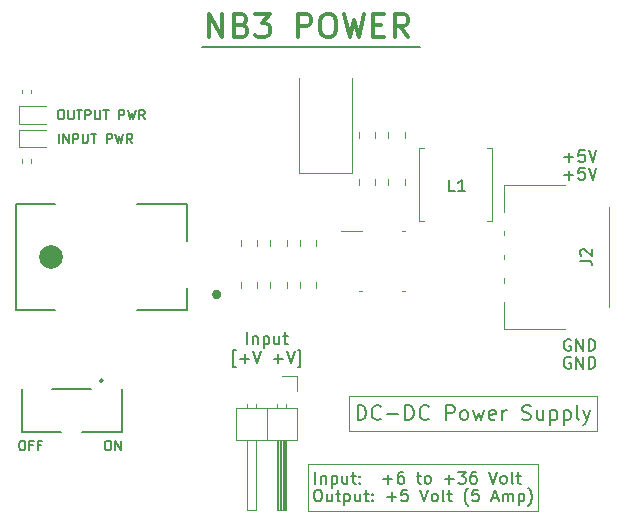
<source format=gto>
G04 #@! TF.GenerationSoftware,KiCad,Pcbnew,8.0.2*
G04 #@! TF.CreationDate,2024-06-29T10:38:53+01:00*
G04 #@! TF.ProjectId,NB3_charger,4e42335f-706f-4776-9572-2e6b69636164,0.0.5*
G04 #@! TF.SameCoordinates,PX7bfa480PY7c37510*
G04 #@! TF.FileFunction,Legend,Top*
G04 #@! TF.FilePolarity,Positive*
%FSLAX46Y46*%
G04 Gerber Fmt 4.6, Leading zero omitted, Abs format (unit mm)*
G04 Created by KiCad (PCBNEW 8.0.2) date 2024-06-29 10:38:53*
%MOMM*%
%LPD*%
G01*
G04 APERTURE LIST*
%ADD10C,0.200000*%
%ADD11C,0.120000*%
%ADD12C,0.150000*%
%ADD13C,0.300000*%
%ADD14C,0.127000*%
%ADD15C,0.400000*%
%ADD16C,0.152400*%
%ADD17C,2.000000*%
G04 APERTURE END LIST*
D10*
X16000000Y40000000D02*
X34500000Y40000000D01*
D11*
X25000000Y4750000D02*
X44500000Y4750000D01*
X44500000Y750000D01*
X25000000Y750000D01*
X25000000Y4750000D01*
X28500000Y10500000D02*
X49500000Y10500000D01*
X49500000Y7500000D01*
X28500000Y7500000D01*
X28500000Y10500000D01*
D12*
X19857143Y14850153D02*
X19857143Y15850153D01*
X20333333Y15516820D02*
X20333333Y14850153D01*
X20333333Y15421582D02*
X20380952Y15469201D01*
X20380952Y15469201D02*
X20476190Y15516820D01*
X20476190Y15516820D02*
X20619047Y15516820D01*
X20619047Y15516820D02*
X20714285Y15469201D01*
X20714285Y15469201D02*
X20761904Y15373963D01*
X20761904Y15373963D02*
X20761904Y14850153D01*
X21238095Y15516820D02*
X21238095Y14516820D01*
X21238095Y15469201D02*
X21333333Y15516820D01*
X21333333Y15516820D02*
X21523809Y15516820D01*
X21523809Y15516820D02*
X21619047Y15469201D01*
X21619047Y15469201D02*
X21666666Y15421582D01*
X21666666Y15421582D02*
X21714285Y15326344D01*
X21714285Y15326344D02*
X21714285Y15040630D01*
X21714285Y15040630D02*
X21666666Y14945392D01*
X21666666Y14945392D02*
X21619047Y14897772D01*
X21619047Y14897772D02*
X21523809Y14850153D01*
X21523809Y14850153D02*
X21333333Y14850153D01*
X21333333Y14850153D02*
X21238095Y14897772D01*
X22571428Y15516820D02*
X22571428Y14850153D01*
X22142857Y15516820D02*
X22142857Y14993011D01*
X22142857Y14993011D02*
X22190476Y14897772D01*
X22190476Y14897772D02*
X22285714Y14850153D01*
X22285714Y14850153D02*
X22428571Y14850153D01*
X22428571Y14850153D02*
X22523809Y14897772D01*
X22523809Y14897772D02*
X22571428Y14945392D01*
X22904762Y15516820D02*
X23285714Y15516820D01*
X23047619Y15850153D02*
X23047619Y14993011D01*
X23047619Y14993011D02*
X23095238Y14897772D01*
X23095238Y14897772D02*
X23190476Y14850153D01*
X23190476Y14850153D02*
X23285714Y14850153D01*
X18880952Y12906876D02*
X18642857Y12906876D01*
X18642857Y12906876D02*
X18642857Y14335448D01*
X18642857Y14335448D02*
X18880952Y14335448D01*
X19261905Y13621162D02*
X20023810Y13621162D01*
X19642857Y13240209D02*
X19642857Y14002114D01*
X20357143Y14240209D02*
X20690476Y13240209D01*
X20690476Y13240209D02*
X21023809Y14240209D01*
X22119048Y13621162D02*
X22880953Y13621162D01*
X22500000Y13240209D02*
X22500000Y14002114D01*
X23214286Y14240209D02*
X23547619Y13240209D01*
X23547619Y13240209D02*
X23880952Y14240209D01*
X24119048Y12906876D02*
X24357143Y12906876D01*
X24357143Y12906876D02*
X24357143Y14335448D01*
X24357143Y14335448D02*
X24119048Y14335448D01*
D13*
X16619047Y40840362D02*
X16619047Y42840362D01*
X16619047Y42840362D02*
X17761904Y40840362D01*
X17761904Y40840362D02*
X17761904Y42840362D01*
X19380952Y41887981D02*
X19666666Y41792743D01*
X19666666Y41792743D02*
X19761904Y41697505D01*
X19761904Y41697505D02*
X19857142Y41507029D01*
X19857142Y41507029D02*
X19857142Y41221315D01*
X19857142Y41221315D02*
X19761904Y41030839D01*
X19761904Y41030839D02*
X19666666Y40935600D01*
X19666666Y40935600D02*
X19476190Y40840362D01*
X19476190Y40840362D02*
X18714285Y40840362D01*
X18714285Y40840362D02*
X18714285Y42840362D01*
X18714285Y42840362D02*
X19380952Y42840362D01*
X19380952Y42840362D02*
X19571428Y42745124D01*
X19571428Y42745124D02*
X19666666Y42649886D01*
X19666666Y42649886D02*
X19761904Y42459410D01*
X19761904Y42459410D02*
X19761904Y42268934D01*
X19761904Y42268934D02*
X19666666Y42078458D01*
X19666666Y42078458D02*
X19571428Y41983220D01*
X19571428Y41983220D02*
X19380952Y41887981D01*
X19380952Y41887981D02*
X18714285Y41887981D01*
X20523809Y42840362D02*
X21761904Y42840362D01*
X21761904Y42840362D02*
X21095237Y42078458D01*
X21095237Y42078458D02*
X21380952Y42078458D01*
X21380952Y42078458D02*
X21571428Y41983220D01*
X21571428Y41983220D02*
X21666666Y41887981D01*
X21666666Y41887981D02*
X21761904Y41697505D01*
X21761904Y41697505D02*
X21761904Y41221315D01*
X21761904Y41221315D02*
X21666666Y41030839D01*
X21666666Y41030839D02*
X21571428Y40935600D01*
X21571428Y40935600D02*
X21380952Y40840362D01*
X21380952Y40840362D02*
X20809523Y40840362D01*
X20809523Y40840362D02*
X20619047Y40935600D01*
X20619047Y40935600D02*
X20523809Y41030839D01*
X24142857Y40840362D02*
X24142857Y42840362D01*
X24142857Y42840362D02*
X24904762Y42840362D01*
X24904762Y42840362D02*
X25095238Y42745124D01*
X25095238Y42745124D02*
X25190476Y42649886D01*
X25190476Y42649886D02*
X25285714Y42459410D01*
X25285714Y42459410D02*
X25285714Y42173696D01*
X25285714Y42173696D02*
X25190476Y41983220D01*
X25190476Y41983220D02*
X25095238Y41887981D01*
X25095238Y41887981D02*
X24904762Y41792743D01*
X24904762Y41792743D02*
X24142857Y41792743D01*
X26523809Y42840362D02*
X26904762Y42840362D01*
X26904762Y42840362D02*
X27095238Y42745124D01*
X27095238Y42745124D02*
X27285714Y42554648D01*
X27285714Y42554648D02*
X27380952Y42173696D01*
X27380952Y42173696D02*
X27380952Y41507029D01*
X27380952Y41507029D02*
X27285714Y41126077D01*
X27285714Y41126077D02*
X27095238Y40935600D01*
X27095238Y40935600D02*
X26904762Y40840362D01*
X26904762Y40840362D02*
X26523809Y40840362D01*
X26523809Y40840362D02*
X26333333Y40935600D01*
X26333333Y40935600D02*
X26142857Y41126077D01*
X26142857Y41126077D02*
X26047619Y41507029D01*
X26047619Y41507029D02*
X26047619Y42173696D01*
X26047619Y42173696D02*
X26142857Y42554648D01*
X26142857Y42554648D02*
X26333333Y42745124D01*
X26333333Y42745124D02*
X26523809Y42840362D01*
X28047619Y42840362D02*
X28523809Y40840362D01*
X28523809Y40840362D02*
X28904762Y42268934D01*
X28904762Y42268934D02*
X29285714Y40840362D01*
X29285714Y40840362D02*
X29761905Y42840362D01*
X30523809Y41887981D02*
X31190476Y41887981D01*
X31476190Y40840362D02*
X30523809Y40840362D01*
X30523809Y40840362D02*
X30523809Y42840362D01*
X30523809Y42840362D02*
X31476190Y42840362D01*
X33476190Y40840362D02*
X32809523Y41792743D01*
X32333333Y40840362D02*
X32333333Y42840362D01*
X32333333Y42840362D02*
X33095238Y42840362D01*
X33095238Y42840362D02*
X33285714Y42745124D01*
X33285714Y42745124D02*
X33380952Y42649886D01*
X33380952Y42649886D02*
X33476190Y42459410D01*
X33476190Y42459410D02*
X33476190Y42173696D01*
X33476190Y42173696D02*
X33380952Y41983220D01*
X33380952Y41983220D02*
X33285714Y41887981D01*
X33285714Y41887981D02*
X33095238Y41792743D01*
X33095238Y41792743D02*
X32333333Y41792743D01*
D12*
X8004762Y6687705D02*
X8157143Y6687705D01*
X8157143Y6687705D02*
X8233333Y6649610D01*
X8233333Y6649610D02*
X8309524Y6573420D01*
X8309524Y6573420D02*
X8347619Y6421039D01*
X8347619Y6421039D02*
X8347619Y6154372D01*
X8347619Y6154372D02*
X8309524Y6001991D01*
X8309524Y6001991D02*
X8233333Y5925800D01*
X8233333Y5925800D02*
X8157143Y5887705D01*
X8157143Y5887705D02*
X8004762Y5887705D01*
X8004762Y5887705D02*
X7928571Y5925800D01*
X7928571Y5925800D02*
X7852381Y6001991D01*
X7852381Y6001991D02*
X7814285Y6154372D01*
X7814285Y6154372D02*
X7814285Y6421039D01*
X7814285Y6421039D02*
X7852381Y6573420D01*
X7852381Y6573420D02*
X7928571Y6649610D01*
X7928571Y6649610D02*
X8004762Y6687705D01*
X8690476Y5887705D02*
X8690476Y6687705D01*
X8690476Y6687705D02*
X9147619Y5887705D01*
X9147619Y5887705D02*
X9147619Y6687705D01*
X47238095Y13747562D02*
X47142857Y13795181D01*
X47142857Y13795181D02*
X47000000Y13795181D01*
X47000000Y13795181D02*
X46857143Y13747562D01*
X46857143Y13747562D02*
X46761905Y13652324D01*
X46761905Y13652324D02*
X46714286Y13557086D01*
X46714286Y13557086D02*
X46666667Y13366610D01*
X46666667Y13366610D02*
X46666667Y13223753D01*
X46666667Y13223753D02*
X46714286Y13033277D01*
X46714286Y13033277D02*
X46761905Y12938039D01*
X46761905Y12938039D02*
X46857143Y12842800D01*
X46857143Y12842800D02*
X47000000Y12795181D01*
X47000000Y12795181D02*
X47095238Y12795181D01*
X47095238Y12795181D02*
X47238095Y12842800D01*
X47238095Y12842800D02*
X47285714Y12890420D01*
X47285714Y12890420D02*
X47285714Y13223753D01*
X47285714Y13223753D02*
X47095238Y13223753D01*
X47714286Y12795181D02*
X47714286Y13795181D01*
X47714286Y13795181D02*
X48285714Y12795181D01*
X48285714Y12795181D02*
X48285714Y13795181D01*
X48761905Y12795181D02*
X48761905Y13795181D01*
X48761905Y13795181D02*
X49000000Y13795181D01*
X49000000Y13795181D02*
X49142857Y13747562D01*
X49142857Y13747562D02*
X49238095Y13652324D01*
X49238095Y13652324D02*
X49285714Y13557086D01*
X49285714Y13557086D02*
X49333333Y13366610D01*
X49333333Y13366610D02*
X49333333Y13223753D01*
X49333333Y13223753D02*
X49285714Y13033277D01*
X49285714Y13033277D02*
X49238095Y12938039D01*
X49238095Y12938039D02*
X49142857Y12842800D01*
X49142857Y12842800D02*
X49000000Y12795181D01*
X49000000Y12795181D02*
X48761905Y12795181D01*
X25630951Y3045181D02*
X25630951Y4045181D01*
X26107141Y3711848D02*
X26107141Y3045181D01*
X26107141Y3616610D02*
X26154760Y3664229D01*
X26154760Y3664229D02*
X26249998Y3711848D01*
X26249998Y3711848D02*
X26392855Y3711848D01*
X26392855Y3711848D02*
X26488093Y3664229D01*
X26488093Y3664229D02*
X26535712Y3568991D01*
X26535712Y3568991D02*
X26535712Y3045181D01*
X27011903Y3711848D02*
X27011903Y2711848D01*
X27011903Y3664229D02*
X27107141Y3711848D01*
X27107141Y3711848D02*
X27297617Y3711848D01*
X27297617Y3711848D02*
X27392855Y3664229D01*
X27392855Y3664229D02*
X27440474Y3616610D01*
X27440474Y3616610D02*
X27488093Y3521372D01*
X27488093Y3521372D02*
X27488093Y3235658D01*
X27488093Y3235658D02*
X27440474Y3140420D01*
X27440474Y3140420D02*
X27392855Y3092800D01*
X27392855Y3092800D02*
X27297617Y3045181D01*
X27297617Y3045181D02*
X27107141Y3045181D01*
X27107141Y3045181D02*
X27011903Y3092800D01*
X28345236Y3711848D02*
X28345236Y3045181D01*
X27916665Y3711848D02*
X27916665Y3188039D01*
X27916665Y3188039D02*
X27964284Y3092800D01*
X27964284Y3092800D02*
X28059522Y3045181D01*
X28059522Y3045181D02*
X28202379Y3045181D01*
X28202379Y3045181D02*
X28297617Y3092800D01*
X28297617Y3092800D02*
X28345236Y3140420D01*
X28678570Y3711848D02*
X29059522Y3711848D01*
X28821427Y4045181D02*
X28821427Y3188039D01*
X28821427Y3188039D02*
X28869046Y3092800D01*
X28869046Y3092800D02*
X28964284Y3045181D01*
X28964284Y3045181D02*
X29059522Y3045181D01*
X29392856Y3140420D02*
X29440475Y3092800D01*
X29440475Y3092800D02*
X29392856Y3045181D01*
X29392856Y3045181D02*
X29345237Y3092800D01*
X29345237Y3092800D02*
X29392856Y3140420D01*
X29392856Y3140420D02*
X29392856Y3045181D01*
X29392856Y3664229D02*
X29440475Y3616610D01*
X29440475Y3616610D02*
X29392856Y3568991D01*
X29392856Y3568991D02*
X29345237Y3616610D01*
X29345237Y3616610D02*
X29392856Y3664229D01*
X29392856Y3664229D02*
X29392856Y3568991D01*
X31392856Y3426134D02*
X32154761Y3426134D01*
X31773808Y3045181D02*
X31773808Y3807086D01*
X33059522Y4045181D02*
X32869046Y4045181D01*
X32869046Y4045181D02*
X32773808Y3997562D01*
X32773808Y3997562D02*
X32726189Y3949943D01*
X32726189Y3949943D02*
X32630951Y3807086D01*
X32630951Y3807086D02*
X32583332Y3616610D01*
X32583332Y3616610D02*
X32583332Y3235658D01*
X32583332Y3235658D02*
X32630951Y3140420D01*
X32630951Y3140420D02*
X32678570Y3092800D01*
X32678570Y3092800D02*
X32773808Y3045181D01*
X32773808Y3045181D02*
X32964284Y3045181D01*
X32964284Y3045181D02*
X33059522Y3092800D01*
X33059522Y3092800D02*
X33107141Y3140420D01*
X33107141Y3140420D02*
X33154760Y3235658D01*
X33154760Y3235658D02*
X33154760Y3473753D01*
X33154760Y3473753D02*
X33107141Y3568991D01*
X33107141Y3568991D02*
X33059522Y3616610D01*
X33059522Y3616610D02*
X32964284Y3664229D01*
X32964284Y3664229D02*
X32773808Y3664229D01*
X32773808Y3664229D02*
X32678570Y3616610D01*
X32678570Y3616610D02*
X32630951Y3568991D01*
X32630951Y3568991D02*
X32583332Y3473753D01*
X34202380Y3711848D02*
X34583332Y3711848D01*
X34345237Y4045181D02*
X34345237Y3188039D01*
X34345237Y3188039D02*
X34392856Y3092800D01*
X34392856Y3092800D02*
X34488094Y3045181D01*
X34488094Y3045181D02*
X34583332Y3045181D01*
X35059523Y3045181D02*
X34964285Y3092800D01*
X34964285Y3092800D02*
X34916666Y3140420D01*
X34916666Y3140420D02*
X34869047Y3235658D01*
X34869047Y3235658D02*
X34869047Y3521372D01*
X34869047Y3521372D02*
X34916666Y3616610D01*
X34916666Y3616610D02*
X34964285Y3664229D01*
X34964285Y3664229D02*
X35059523Y3711848D01*
X35059523Y3711848D02*
X35202380Y3711848D01*
X35202380Y3711848D02*
X35297618Y3664229D01*
X35297618Y3664229D02*
X35345237Y3616610D01*
X35345237Y3616610D02*
X35392856Y3521372D01*
X35392856Y3521372D02*
X35392856Y3235658D01*
X35392856Y3235658D02*
X35345237Y3140420D01*
X35345237Y3140420D02*
X35297618Y3092800D01*
X35297618Y3092800D02*
X35202380Y3045181D01*
X35202380Y3045181D02*
X35059523Y3045181D01*
X36583333Y3426134D02*
X37345238Y3426134D01*
X36964285Y3045181D02*
X36964285Y3807086D01*
X37726190Y4045181D02*
X38345237Y4045181D01*
X38345237Y4045181D02*
X38011904Y3664229D01*
X38011904Y3664229D02*
X38154761Y3664229D01*
X38154761Y3664229D02*
X38249999Y3616610D01*
X38249999Y3616610D02*
X38297618Y3568991D01*
X38297618Y3568991D02*
X38345237Y3473753D01*
X38345237Y3473753D02*
X38345237Y3235658D01*
X38345237Y3235658D02*
X38297618Y3140420D01*
X38297618Y3140420D02*
X38249999Y3092800D01*
X38249999Y3092800D02*
X38154761Y3045181D01*
X38154761Y3045181D02*
X37869047Y3045181D01*
X37869047Y3045181D02*
X37773809Y3092800D01*
X37773809Y3092800D02*
X37726190Y3140420D01*
X39202380Y4045181D02*
X39011904Y4045181D01*
X39011904Y4045181D02*
X38916666Y3997562D01*
X38916666Y3997562D02*
X38869047Y3949943D01*
X38869047Y3949943D02*
X38773809Y3807086D01*
X38773809Y3807086D02*
X38726190Y3616610D01*
X38726190Y3616610D02*
X38726190Y3235658D01*
X38726190Y3235658D02*
X38773809Y3140420D01*
X38773809Y3140420D02*
X38821428Y3092800D01*
X38821428Y3092800D02*
X38916666Y3045181D01*
X38916666Y3045181D02*
X39107142Y3045181D01*
X39107142Y3045181D02*
X39202380Y3092800D01*
X39202380Y3092800D02*
X39249999Y3140420D01*
X39249999Y3140420D02*
X39297618Y3235658D01*
X39297618Y3235658D02*
X39297618Y3473753D01*
X39297618Y3473753D02*
X39249999Y3568991D01*
X39249999Y3568991D02*
X39202380Y3616610D01*
X39202380Y3616610D02*
X39107142Y3664229D01*
X39107142Y3664229D02*
X38916666Y3664229D01*
X38916666Y3664229D02*
X38821428Y3616610D01*
X38821428Y3616610D02*
X38773809Y3568991D01*
X38773809Y3568991D02*
X38726190Y3473753D01*
X40345238Y4045181D02*
X40678571Y3045181D01*
X40678571Y3045181D02*
X41011904Y4045181D01*
X41488095Y3045181D02*
X41392857Y3092800D01*
X41392857Y3092800D02*
X41345238Y3140420D01*
X41345238Y3140420D02*
X41297619Y3235658D01*
X41297619Y3235658D02*
X41297619Y3521372D01*
X41297619Y3521372D02*
X41345238Y3616610D01*
X41345238Y3616610D02*
X41392857Y3664229D01*
X41392857Y3664229D02*
X41488095Y3711848D01*
X41488095Y3711848D02*
X41630952Y3711848D01*
X41630952Y3711848D02*
X41726190Y3664229D01*
X41726190Y3664229D02*
X41773809Y3616610D01*
X41773809Y3616610D02*
X41821428Y3521372D01*
X41821428Y3521372D02*
X41821428Y3235658D01*
X41821428Y3235658D02*
X41773809Y3140420D01*
X41773809Y3140420D02*
X41726190Y3092800D01*
X41726190Y3092800D02*
X41630952Y3045181D01*
X41630952Y3045181D02*
X41488095Y3045181D01*
X42392857Y3045181D02*
X42297619Y3092800D01*
X42297619Y3092800D02*
X42250000Y3188039D01*
X42250000Y3188039D02*
X42250000Y4045181D01*
X42630953Y3711848D02*
X43011905Y3711848D01*
X42773810Y4045181D02*
X42773810Y3188039D01*
X42773810Y3188039D02*
X42821429Y3092800D01*
X42821429Y3092800D02*
X42916667Y3045181D01*
X42916667Y3045181D02*
X43011905Y3045181D01*
X46714286Y30676134D02*
X47476191Y30676134D01*
X47095238Y30295181D02*
X47095238Y31057086D01*
X48428571Y31295181D02*
X47952381Y31295181D01*
X47952381Y31295181D02*
X47904762Y30818991D01*
X47904762Y30818991D02*
X47952381Y30866610D01*
X47952381Y30866610D02*
X48047619Y30914229D01*
X48047619Y30914229D02*
X48285714Y30914229D01*
X48285714Y30914229D02*
X48380952Y30866610D01*
X48380952Y30866610D02*
X48428571Y30818991D01*
X48428571Y30818991D02*
X48476190Y30723753D01*
X48476190Y30723753D02*
X48476190Y30485658D01*
X48476190Y30485658D02*
X48428571Y30390420D01*
X48428571Y30390420D02*
X48380952Y30342800D01*
X48380952Y30342800D02*
X48285714Y30295181D01*
X48285714Y30295181D02*
X48047619Y30295181D01*
X48047619Y30295181D02*
X47952381Y30342800D01*
X47952381Y30342800D02*
X47904762Y30390420D01*
X48761905Y31295181D02*
X49095238Y30295181D01*
X49095238Y30295181D02*
X49428571Y31295181D01*
X46714286Y29176134D02*
X47476191Y29176134D01*
X47095238Y28795181D02*
X47095238Y29557086D01*
X48428571Y29795181D02*
X47952381Y29795181D01*
X47952381Y29795181D02*
X47904762Y29318991D01*
X47904762Y29318991D02*
X47952381Y29366610D01*
X47952381Y29366610D02*
X48047619Y29414229D01*
X48047619Y29414229D02*
X48285714Y29414229D01*
X48285714Y29414229D02*
X48380952Y29366610D01*
X48380952Y29366610D02*
X48428571Y29318991D01*
X48428571Y29318991D02*
X48476190Y29223753D01*
X48476190Y29223753D02*
X48476190Y28985658D01*
X48476190Y28985658D02*
X48428571Y28890420D01*
X48428571Y28890420D02*
X48380952Y28842800D01*
X48380952Y28842800D02*
X48285714Y28795181D01*
X48285714Y28795181D02*
X48047619Y28795181D01*
X48047619Y28795181D02*
X47952381Y28842800D01*
X47952381Y28842800D02*
X47904762Y28890420D01*
X48761905Y29795181D02*
X49095238Y28795181D01*
X49095238Y28795181D02*
X49428571Y29795181D01*
X4014286Y34687705D02*
X4166667Y34687705D01*
X4166667Y34687705D02*
X4242857Y34649610D01*
X4242857Y34649610D02*
X4319048Y34573420D01*
X4319048Y34573420D02*
X4357143Y34421039D01*
X4357143Y34421039D02*
X4357143Y34154372D01*
X4357143Y34154372D02*
X4319048Y34001991D01*
X4319048Y34001991D02*
X4242857Y33925800D01*
X4242857Y33925800D02*
X4166667Y33887705D01*
X4166667Y33887705D02*
X4014286Y33887705D01*
X4014286Y33887705D02*
X3938095Y33925800D01*
X3938095Y33925800D02*
X3861905Y34001991D01*
X3861905Y34001991D02*
X3823809Y34154372D01*
X3823809Y34154372D02*
X3823809Y34421039D01*
X3823809Y34421039D02*
X3861905Y34573420D01*
X3861905Y34573420D02*
X3938095Y34649610D01*
X3938095Y34649610D02*
X4014286Y34687705D01*
X4700000Y34687705D02*
X4700000Y34040086D01*
X4700000Y34040086D02*
X4738095Y33963896D01*
X4738095Y33963896D02*
X4776190Y33925800D01*
X4776190Y33925800D02*
X4852381Y33887705D01*
X4852381Y33887705D02*
X5004762Y33887705D01*
X5004762Y33887705D02*
X5080952Y33925800D01*
X5080952Y33925800D02*
X5119047Y33963896D01*
X5119047Y33963896D02*
X5157143Y34040086D01*
X5157143Y34040086D02*
X5157143Y34687705D01*
X5423809Y34687705D02*
X5880952Y34687705D01*
X5652380Y33887705D02*
X5652380Y34687705D01*
X6147619Y33887705D02*
X6147619Y34687705D01*
X6147619Y34687705D02*
X6452381Y34687705D01*
X6452381Y34687705D02*
X6528571Y34649610D01*
X6528571Y34649610D02*
X6566666Y34611515D01*
X6566666Y34611515D02*
X6604762Y34535324D01*
X6604762Y34535324D02*
X6604762Y34421039D01*
X6604762Y34421039D02*
X6566666Y34344848D01*
X6566666Y34344848D02*
X6528571Y34306753D01*
X6528571Y34306753D02*
X6452381Y34268658D01*
X6452381Y34268658D02*
X6147619Y34268658D01*
X6947619Y34687705D02*
X6947619Y34040086D01*
X6947619Y34040086D02*
X6985714Y33963896D01*
X6985714Y33963896D02*
X7023809Y33925800D01*
X7023809Y33925800D02*
X7100000Y33887705D01*
X7100000Y33887705D02*
X7252381Y33887705D01*
X7252381Y33887705D02*
X7328571Y33925800D01*
X7328571Y33925800D02*
X7366666Y33963896D01*
X7366666Y33963896D02*
X7404762Y34040086D01*
X7404762Y34040086D02*
X7404762Y34687705D01*
X7671428Y34687705D02*
X8128571Y34687705D01*
X7899999Y33887705D02*
X7899999Y34687705D01*
X9004762Y33887705D02*
X9004762Y34687705D01*
X9004762Y34687705D02*
X9309524Y34687705D01*
X9309524Y34687705D02*
X9385714Y34649610D01*
X9385714Y34649610D02*
X9423809Y34611515D01*
X9423809Y34611515D02*
X9461905Y34535324D01*
X9461905Y34535324D02*
X9461905Y34421039D01*
X9461905Y34421039D02*
X9423809Y34344848D01*
X9423809Y34344848D02*
X9385714Y34306753D01*
X9385714Y34306753D02*
X9309524Y34268658D01*
X9309524Y34268658D02*
X9004762Y34268658D01*
X9728571Y34687705D02*
X9919047Y33887705D01*
X9919047Y33887705D02*
X10071428Y34459134D01*
X10071428Y34459134D02*
X10223809Y33887705D01*
X10223809Y33887705D02*
X10414286Y34687705D01*
X11176191Y33887705D02*
X10909524Y34268658D01*
X10719048Y33887705D02*
X10719048Y34687705D01*
X10719048Y34687705D02*
X11023810Y34687705D01*
X11023810Y34687705D02*
X11100000Y34649610D01*
X11100000Y34649610D02*
X11138095Y34611515D01*
X11138095Y34611515D02*
X11176191Y34535324D01*
X11176191Y34535324D02*
X11176191Y34421039D01*
X11176191Y34421039D02*
X11138095Y34344848D01*
X11138095Y34344848D02*
X11100000Y34306753D01*
X11100000Y34306753D02*
X11023810Y34268658D01*
X11023810Y34268658D02*
X10719048Y34268658D01*
X3895238Y31887705D02*
X3895238Y32687705D01*
X4276190Y31887705D02*
X4276190Y32687705D01*
X4276190Y32687705D02*
X4733333Y31887705D01*
X4733333Y31887705D02*
X4733333Y32687705D01*
X5114285Y31887705D02*
X5114285Y32687705D01*
X5114285Y32687705D02*
X5419047Y32687705D01*
X5419047Y32687705D02*
X5495237Y32649610D01*
X5495237Y32649610D02*
X5533332Y32611515D01*
X5533332Y32611515D02*
X5571428Y32535324D01*
X5571428Y32535324D02*
X5571428Y32421039D01*
X5571428Y32421039D02*
X5533332Y32344848D01*
X5533332Y32344848D02*
X5495237Y32306753D01*
X5495237Y32306753D02*
X5419047Y32268658D01*
X5419047Y32268658D02*
X5114285Y32268658D01*
X5914285Y32687705D02*
X5914285Y32040086D01*
X5914285Y32040086D02*
X5952380Y31963896D01*
X5952380Y31963896D02*
X5990475Y31925800D01*
X5990475Y31925800D02*
X6066666Y31887705D01*
X6066666Y31887705D02*
X6219047Y31887705D01*
X6219047Y31887705D02*
X6295237Y31925800D01*
X6295237Y31925800D02*
X6333332Y31963896D01*
X6333332Y31963896D02*
X6371428Y32040086D01*
X6371428Y32040086D02*
X6371428Y32687705D01*
X6638094Y32687705D02*
X7095237Y32687705D01*
X6866665Y31887705D02*
X6866665Y32687705D01*
X7971428Y31887705D02*
X7971428Y32687705D01*
X7971428Y32687705D02*
X8276190Y32687705D01*
X8276190Y32687705D02*
X8352380Y32649610D01*
X8352380Y32649610D02*
X8390475Y32611515D01*
X8390475Y32611515D02*
X8428571Y32535324D01*
X8428571Y32535324D02*
X8428571Y32421039D01*
X8428571Y32421039D02*
X8390475Y32344848D01*
X8390475Y32344848D02*
X8352380Y32306753D01*
X8352380Y32306753D02*
X8276190Y32268658D01*
X8276190Y32268658D02*
X7971428Y32268658D01*
X8695237Y32687705D02*
X8885713Y31887705D01*
X8885713Y31887705D02*
X9038094Y32459134D01*
X9038094Y32459134D02*
X9190475Y31887705D01*
X9190475Y31887705D02*
X9380952Y32687705D01*
X10142857Y31887705D02*
X9876190Y32268658D01*
X9685714Y31887705D02*
X9685714Y32687705D01*
X9685714Y32687705D02*
X9990476Y32687705D01*
X9990476Y32687705D02*
X10066666Y32649610D01*
X10066666Y32649610D02*
X10104761Y32611515D01*
X10104761Y32611515D02*
X10142857Y32535324D01*
X10142857Y32535324D02*
X10142857Y32421039D01*
X10142857Y32421039D02*
X10104761Y32344848D01*
X10104761Y32344848D02*
X10066666Y32306753D01*
X10066666Y32306753D02*
X9990476Y32268658D01*
X9990476Y32268658D02*
X9685714Y32268658D01*
X25749998Y2545181D02*
X25940474Y2545181D01*
X25940474Y2545181D02*
X26035712Y2497562D01*
X26035712Y2497562D02*
X26130950Y2402324D01*
X26130950Y2402324D02*
X26178569Y2211848D01*
X26178569Y2211848D02*
X26178569Y1878515D01*
X26178569Y1878515D02*
X26130950Y1688039D01*
X26130950Y1688039D02*
X26035712Y1592800D01*
X26035712Y1592800D02*
X25940474Y1545181D01*
X25940474Y1545181D02*
X25749998Y1545181D01*
X25749998Y1545181D02*
X25654760Y1592800D01*
X25654760Y1592800D02*
X25559522Y1688039D01*
X25559522Y1688039D02*
X25511903Y1878515D01*
X25511903Y1878515D02*
X25511903Y2211848D01*
X25511903Y2211848D02*
X25559522Y2402324D01*
X25559522Y2402324D02*
X25654760Y2497562D01*
X25654760Y2497562D02*
X25749998Y2545181D01*
X27035712Y2211848D02*
X27035712Y1545181D01*
X26607141Y2211848D02*
X26607141Y1688039D01*
X26607141Y1688039D02*
X26654760Y1592800D01*
X26654760Y1592800D02*
X26749998Y1545181D01*
X26749998Y1545181D02*
X26892855Y1545181D01*
X26892855Y1545181D02*
X26988093Y1592800D01*
X26988093Y1592800D02*
X27035712Y1640420D01*
X27369046Y2211848D02*
X27749998Y2211848D01*
X27511903Y2545181D02*
X27511903Y1688039D01*
X27511903Y1688039D02*
X27559522Y1592800D01*
X27559522Y1592800D02*
X27654760Y1545181D01*
X27654760Y1545181D02*
X27749998Y1545181D01*
X28083332Y2211848D02*
X28083332Y1211848D01*
X28083332Y2164229D02*
X28178570Y2211848D01*
X28178570Y2211848D02*
X28369046Y2211848D01*
X28369046Y2211848D02*
X28464284Y2164229D01*
X28464284Y2164229D02*
X28511903Y2116610D01*
X28511903Y2116610D02*
X28559522Y2021372D01*
X28559522Y2021372D02*
X28559522Y1735658D01*
X28559522Y1735658D02*
X28511903Y1640420D01*
X28511903Y1640420D02*
X28464284Y1592800D01*
X28464284Y1592800D02*
X28369046Y1545181D01*
X28369046Y1545181D02*
X28178570Y1545181D01*
X28178570Y1545181D02*
X28083332Y1592800D01*
X29416665Y2211848D02*
X29416665Y1545181D01*
X28988094Y2211848D02*
X28988094Y1688039D01*
X28988094Y1688039D02*
X29035713Y1592800D01*
X29035713Y1592800D02*
X29130951Y1545181D01*
X29130951Y1545181D02*
X29273808Y1545181D01*
X29273808Y1545181D02*
X29369046Y1592800D01*
X29369046Y1592800D02*
X29416665Y1640420D01*
X29749999Y2211848D02*
X30130951Y2211848D01*
X29892856Y2545181D02*
X29892856Y1688039D01*
X29892856Y1688039D02*
X29940475Y1592800D01*
X29940475Y1592800D02*
X30035713Y1545181D01*
X30035713Y1545181D02*
X30130951Y1545181D01*
X30464285Y1640420D02*
X30511904Y1592800D01*
X30511904Y1592800D02*
X30464285Y1545181D01*
X30464285Y1545181D02*
X30416666Y1592800D01*
X30416666Y1592800D02*
X30464285Y1640420D01*
X30464285Y1640420D02*
X30464285Y1545181D01*
X30464285Y2164229D02*
X30511904Y2116610D01*
X30511904Y2116610D02*
X30464285Y2068991D01*
X30464285Y2068991D02*
X30416666Y2116610D01*
X30416666Y2116610D02*
X30464285Y2164229D01*
X30464285Y2164229D02*
X30464285Y2068991D01*
X31702380Y1926134D02*
X32464285Y1926134D01*
X32083332Y1545181D02*
X32083332Y2307086D01*
X33416665Y2545181D02*
X32940475Y2545181D01*
X32940475Y2545181D02*
X32892856Y2068991D01*
X32892856Y2068991D02*
X32940475Y2116610D01*
X32940475Y2116610D02*
X33035713Y2164229D01*
X33035713Y2164229D02*
X33273808Y2164229D01*
X33273808Y2164229D02*
X33369046Y2116610D01*
X33369046Y2116610D02*
X33416665Y2068991D01*
X33416665Y2068991D02*
X33464284Y1973753D01*
X33464284Y1973753D02*
X33464284Y1735658D01*
X33464284Y1735658D02*
X33416665Y1640420D01*
X33416665Y1640420D02*
X33369046Y1592800D01*
X33369046Y1592800D02*
X33273808Y1545181D01*
X33273808Y1545181D02*
X33035713Y1545181D01*
X33035713Y1545181D02*
X32940475Y1592800D01*
X32940475Y1592800D02*
X32892856Y1640420D01*
X34511904Y2545181D02*
X34845237Y1545181D01*
X34845237Y1545181D02*
X35178570Y2545181D01*
X35654761Y1545181D02*
X35559523Y1592800D01*
X35559523Y1592800D02*
X35511904Y1640420D01*
X35511904Y1640420D02*
X35464285Y1735658D01*
X35464285Y1735658D02*
X35464285Y2021372D01*
X35464285Y2021372D02*
X35511904Y2116610D01*
X35511904Y2116610D02*
X35559523Y2164229D01*
X35559523Y2164229D02*
X35654761Y2211848D01*
X35654761Y2211848D02*
X35797618Y2211848D01*
X35797618Y2211848D02*
X35892856Y2164229D01*
X35892856Y2164229D02*
X35940475Y2116610D01*
X35940475Y2116610D02*
X35988094Y2021372D01*
X35988094Y2021372D02*
X35988094Y1735658D01*
X35988094Y1735658D02*
X35940475Y1640420D01*
X35940475Y1640420D02*
X35892856Y1592800D01*
X35892856Y1592800D02*
X35797618Y1545181D01*
X35797618Y1545181D02*
X35654761Y1545181D01*
X36559523Y1545181D02*
X36464285Y1592800D01*
X36464285Y1592800D02*
X36416666Y1688039D01*
X36416666Y1688039D02*
X36416666Y2545181D01*
X36797619Y2211848D02*
X37178571Y2211848D01*
X36940476Y2545181D02*
X36940476Y1688039D01*
X36940476Y1688039D02*
X36988095Y1592800D01*
X36988095Y1592800D02*
X37083333Y1545181D01*
X37083333Y1545181D02*
X37178571Y1545181D01*
X38559524Y1164229D02*
X38511905Y1211848D01*
X38511905Y1211848D02*
X38416667Y1354705D01*
X38416667Y1354705D02*
X38369048Y1449943D01*
X38369048Y1449943D02*
X38321429Y1592800D01*
X38321429Y1592800D02*
X38273810Y1830896D01*
X38273810Y1830896D02*
X38273810Y2021372D01*
X38273810Y2021372D02*
X38321429Y2259467D01*
X38321429Y2259467D02*
X38369048Y2402324D01*
X38369048Y2402324D02*
X38416667Y2497562D01*
X38416667Y2497562D02*
X38511905Y2640420D01*
X38511905Y2640420D02*
X38559524Y2688039D01*
X39416667Y2545181D02*
X38940477Y2545181D01*
X38940477Y2545181D02*
X38892858Y2068991D01*
X38892858Y2068991D02*
X38940477Y2116610D01*
X38940477Y2116610D02*
X39035715Y2164229D01*
X39035715Y2164229D02*
X39273810Y2164229D01*
X39273810Y2164229D02*
X39369048Y2116610D01*
X39369048Y2116610D02*
X39416667Y2068991D01*
X39416667Y2068991D02*
X39464286Y1973753D01*
X39464286Y1973753D02*
X39464286Y1735658D01*
X39464286Y1735658D02*
X39416667Y1640420D01*
X39416667Y1640420D02*
X39369048Y1592800D01*
X39369048Y1592800D02*
X39273810Y1545181D01*
X39273810Y1545181D02*
X39035715Y1545181D01*
X39035715Y1545181D02*
X38940477Y1592800D01*
X38940477Y1592800D02*
X38892858Y1640420D01*
X40607144Y1830896D02*
X41083334Y1830896D01*
X40511906Y1545181D02*
X40845239Y2545181D01*
X40845239Y2545181D02*
X41178572Y1545181D01*
X41511906Y1545181D02*
X41511906Y2211848D01*
X41511906Y2116610D02*
X41559525Y2164229D01*
X41559525Y2164229D02*
X41654763Y2211848D01*
X41654763Y2211848D02*
X41797620Y2211848D01*
X41797620Y2211848D02*
X41892858Y2164229D01*
X41892858Y2164229D02*
X41940477Y2068991D01*
X41940477Y2068991D02*
X41940477Y1545181D01*
X41940477Y2068991D02*
X41988096Y2164229D01*
X41988096Y2164229D02*
X42083334Y2211848D01*
X42083334Y2211848D02*
X42226191Y2211848D01*
X42226191Y2211848D02*
X42321430Y2164229D01*
X42321430Y2164229D02*
X42369049Y2068991D01*
X42369049Y2068991D02*
X42369049Y1545181D01*
X42845239Y2211848D02*
X42845239Y1211848D01*
X42845239Y2164229D02*
X42940477Y2211848D01*
X42940477Y2211848D02*
X43130953Y2211848D01*
X43130953Y2211848D02*
X43226191Y2164229D01*
X43226191Y2164229D02*
X43273810Y2116610D01*
X43273810Y2116610D02*
X43321429Y2021372D01*
X43321429Y2021372D02*
X43321429Y1735658D01*
X43321429Y1735658D02*
X43273810Y1640420D01*
X43273810Y1640420D02*
X43226191Y1592800D01*
X43226191Y1592800D02*
X43130953Y1545181D01*
X43130953Y1545181D02*
X42940477Y1545181D01*
X42940477Y1545181D02*
X42845239Y1592800D01*
X43654763Y1164229D02*
X43702382Y1211848D01*
X43702382Y1211848D02*
X43797620Y1354705D01*
X43797620Y1354705D02*
X43845239Y1449943D01*
X43845239Y1449943D02*
X43892858Y1592800D01*
X43892858Y1592800D02*
X43940477Y1830896D01*
X43940477Y1830896D02*
X43940477Y2021372D01*
X43940477Y2021372D02*
X43892858Y2259467D01*
X43892858Y2259467D02*
X43845239Y2402324D01*
X43845239Y2402324D02*
X43797620Y2497562D01*
X43797620Y2497562D02*
X43702382Y2640420D01*
X43702382Y2640420D02*
X43654763Y2688039D01*
X738096Y6687705D02*
X890477Y6687705D01*
X890477Y6687705D02*
X966667Y6649610D01*
X966667Y6649610D02*
X1042858Y6573420D01*
X1042858Y6573420D02*
X1080953Y6421039D01*
X1080953Y6421039D02*
X1080953Y6154372D01*
X1080953Y6154372D02*
X1042858Y6001991D01*
X1042858Y6001991D02*
X966667Y5925800D01*
X966667Y5925800D02*
X890477Y5887705D01*
X890477Y5887705D02*
X738096Y5887705D01*
X738096Y5887705D02*
X661905Y5925800D01*
X661905Y5925800D02*
X585715Y6001991D01*
X585715Y6001991D02*
X547619Y6154372D01*
X547619Y6154372D02*
X547619Y6421039D01*
X547619Y6421039D02*
X585715Y6573420D01*
X585715Y6573420D02*
X661905Y6649610D01*
X661905Y6649610D02*
X738096Y6687705D01*
X1690476Y6306753D02*
X1423810Y6306753D01*
X1423810Y5887705D02*
X1423810Y6687705D01*
X1423810Y6687705D02*
X1804762Y6687705D01*
X2376190Y6306753D02*
X2109524Y6306753D01*
X2109524Y5887705D02*
X2109524Y6687705D01*
X2109524Y6687705D02*
X2490476Y6687705D01*
D10*
X29208334Y8432127D02*
X29208334Y9682127D01*
X29208334Y9682127D02*
X29505953Y9682127D01*
X29505953Y9682127D02*
X29684524Y9622603D01*
X29684524Y9622603D02*
X29803572Y9503555D01*
X29803572Y9503555D02*
X29863095Y9384508D01*
X29863095Y9384508D02*
X29922619Y9146412D01*
X29922619Y9146412D02*
X29922619Y8967841D01*
X29922619Y8967841D02*
X29863095Y8729746D01*
X29863095Y8729746D02*
X29803572Y8610698D01*
X29803572Y8610698D02*
X29684524Y8491650D01*
X29684524Y8491650D02*
X29505953Y8432127D01*
X29505953Y8432127D02*
X29208334Y8432127D01*
X31172619Y8551174D02*
X31113095Y8491650D01*
X31113095Y8491650D02*
X30934524Y8432127D01*
X30934524Y8432127D02*
X30815476Y8432127D01*
X30815476Y8432127D02*
X30636905Y8491650D01*
X30636905Y8491650D02*
X30517857Y8610698D01*
X30517857Y8610698D02*
X30458334Y8729746D01*
X30458334Y8729746D02*
X30398810Y8967841D01*
X30398810Y8967841D02*
X30398810Y9146412D01*
X30398810Y9146412D02*
X30458334Y9384508D01*
X30458334Y9384508D02*
X30517857Y9503555D01*
X30517857Y9503555D02*
X30636905Y9622603D01*
X30636905Y9622603D02*
X30815476Y9682127D01*
X30815476Y9682127D02*
X30934524Y9682127D01*
X30934524Y9682127D02*
X31113095Y9622603D01*
X31113095Y9622603D02*
X31172619Y9563079D01*
X31708334Y8908317D02*
X32660715Y8908317D01*
X33255953Y8432127D02*
X33255953Y9682127D01*
X33255953Y9682127D02*
X33553572Y9682127D01*
X33553572Y9682127D02*
X33732143Y9622603D01*
X33732143Y9622603D02*
X33851191Y9503555D01*
X33851191Y9503555D02*
X33910714Y9384508D01*
X33910714Y9384508D02*
X33970238Y9146412D01*
X33970238Y9146412D02*
X33970238Y8967841D01*
X33970238Y8967841D02*
X33910714Y8729746D01*
X33910714Y8729746D02*
X33851191Y8610698D01*
X33851191Y8610698D02*
X33732143Y8491650D01*
X33732143Y8491650D02*
X33553572Y8432127D01*
X33553572Y8432127D02*
X33255953Y8432127D01*
X35220238Y8551174D02*
X35160714Y8491650D01*
X35160714Y8491650D02*
X34982143Y8432127D01*
X34982143Y8432127D02*
X34863095Y8432127D01*
X34863095Y8432127D02*
X34684524Y8491650D01*
X34684524Y8491650D02*
X34565476Y8610698D01*
X34565476Y8610698D02*
X34505953Y8729746D01*
X34505953Y8729746D02*
X34446429Y8967841D01*
X34446429Y8967841D02*
X34446429Y9146412D01*
X34446429Y9146412D02*
X34505953Y9384508D01*
X34505953Y9384508D02*
X34565476Y9503555D01*
X34565476Y9503555D02*
X34684524Y9622603D01*
X34684524Y9622603D02*
X34863095Y9682127D01*
X34863095Y9682127D02*
X34982143Y9682127D01*
X34982143Y9682127D02*
X35160714Y9622603D01*
X35160714Y9622603D02*
X35220238Y9563079D01*
X36708334Y8432127D02*
X36708334Y9682127D01*
X36708334Y9682127D02*
X37184524Y9682127D01*
X37184524Y9682127D02*
X37303572Y9622603D01*
X37303572Y9622603D02*
X37363095Y9563079D01*
X37363095Y9563079D02*
X37422619Y9444031D01*
X37422619Y9444031D02*
X37422619Y9265460D01*
X37422619Y9265460D02*
X37363095Y9146412D01*
X37363095Y9146412D02*
X37303572Y9086889D01*
X37303572Y9086889D02*
X37184524Y9027365D01*
X37184524Y9027365D02*
X36708334Y9027365D01*
X38136905Y8432127D02*
X38017857Y8491650D01*
X38017857Y8491650D02*
X37958334Y8551174D01*
X37958334Y8551174D02*
X37898810Y8670222D01*
X37898810Y8670222D02*
X37898810Y9027365D01*
X37898810Y9027365D02*
X37958334Y9146412D01*
X37958334Y9146412D02*
X38017857Y9205936D01*
X38017857Y9205936D02*
X38136905Y9265460D01*
X38136905Y9265460D02*
X38315476Y9265460D01*
X38315476Y9265460D02*
X38434524Y9205936D01*
X38434524Y9205936D02*
X38494048Y9146412D01*
X38494048Y9146412D02*
X38553572Y9027365D01*
X38553572Y9027365D02*
X38553572Y8670222D01*
X38553572Y8670222D02*
X38494048Y8551174D01*
X38494048Y8551174D02*
X38434524Y8491650D01*
X38434524Y8491650D02*
X38315476Y8432127D01*
X38315476Y8432127D02*
X38136905Y8432127D01*
X38970238Y9265460D02*
X39208333Y8432127D01*
X39208333Y8432127D02*
X39446428Y9027365D01*
X39446428Y9027365D02*
X39684524Y8432127D01*
X39684524Y8432127D02*
X39922619Y9265460D01*
X40875000Y8491650D02*
X40755952Y8432127D01*
X40755952Y8432127D02*
X40517857Y8432127D01*
X40517857Y8432127D02*
X40398810Y8491650D01*
X40398810Y8491650D02*
X40339286Y8610698D01*
X40339286Y8610698D02*
X40339286Y9086889D01*
X40339286Y9086889D02*
X40398810Y9205936D01*
X40398810Y9205936D02*
X40517857Y9265460D01*
X40517857Y9265460D02*
X40755952Y9265460D01*
X40755952Y9265460D02*
X40875000Y9205936D01*
X40875000Y9205936D02*
X40934524Y9086889D01*
X40934524Y9086889D02*
X40934524Y8967841D01*
X40934524Y8967841D02*
X40339286Y8848793D01*
X41470239Y8432127D02*
X41470239Y9265460D01*
X41470239Y9027365D02*
X41529762Y9146412D01*
X41529762Y9146412D02*
X41589286Y9205936D01*
X41589286Y9205936D02*
X41708334Y9265460D01*
X41708334Y9265460D02*
X41827381Y9265460D01*
X43136906Y8491650D02*
X43315477Y8432127D01*
X43315477Y8432127D02*
X43613096Y8432127D01*
X43613096Y8432127D02*
X43732144Y8491650D01*
X43732144Y8491650D02*
X43791668Y8551174D01*
X43791668Y8551174D02*
X43851191Y8670222D01*
X43851191Y8670222D02*
X43851191Y8789270D01*
X43851191Y8789270D02*
X43791668Y8908317D01*
X43791668Y8908317D02*
X43732144Y8967841D01*
X43732144Y8967841D02*
X43613096Y9027365D01*
X43613096Y9027365D02*
X43375001Y9086889D01*
X43375001Y9086889D02*
X43255953Y9146412D01*
X43255953Y9146412D02*
X43196430Y9205936D01*
X43196430Y9205936D02*
X43136906Y9324984D01*
X43136906Y9324984D02*
X43136906Y9444031D01*
X43136906Y9444031D02*
X43196430Y9563079D01*
X43196430Y9563079D02*
X43255953Y9622603D01*
X43255953Y9622603D02*
X43375001Y9682127D01*
X43375001Y9682127D02*
X43672620Y9682127D01*
X43672620Y9682127D02*
X43851191Y9622603D01*
X44922620Y9265460D02*
X44922620Y8432127D01*
X44386906Y9265460D02*
X44386906Y8610698D01*
X44386906Y8610698D02*
X44446429Y8491650D01*
X44446429Y8491650D02*
X44565477Y8432127D01*
X44565477Y8432127D02*
X44744048Y8432127D01*
X44744048Y8432127D02*
X44863096Y8491650D01*
X44863096Y8491650D02*
X44922620Y8551174D01*
X45517858Y9265460D02*
X45517858Y8015460D01*
X45517858Y9205936D02*
X45636905Y9265460D01*
X45636905Y9265460D02*
X45875000Y9265460D01*
X45875000Y9265460D02*
X45994048Y9205936D01*
X45994048Y9205936D02*
X46053572Y9146412D01*
X46053572Y9146412D02*
X46113096Y9027365D01*
X46113096Y9027365D02*
X46113096Y8670222D01*
X46113096Y8670222D02*
X46053572Y8551174D01*
X46053572Y8551174D02*
X45994048Y8491650D01*
X45994048Y8491650D02*
X45875000Y8432127D01*
X45875000Y8432127D02*
X45636905Y8432127D01*
X45636905Y8432127D02*
X45517858Y8491650D01*
X46648810Y9265460D02*
X46648810Y8015460D01*
X46648810Y9205936D02*
X46767857Y9265460D01*
X46767857Y9265460D02*
X47005952Y9265460D01*
X47005952Y9265460D02*
X47125000Y9205936D01*
X47125000Y9205936D02*
X47184524Y9146412D01*
X47184524Y9146412D02*
X47244048Y9027365D01*
X47244048Y9027365D02*
X47244048Y8670222D01*
X47244048Y8670222D02*
X47184524Y8551174D01*
X47184524Y8551174D02*
X47125000Y8491650D01*
X47125000Y8491650D02*
X47005952Y8432127D01*
X47005952Y8432127D02*
X46767857Y8432127D01*
X46767857Y8432127D02*
X46648810Y8491650D01*
X47958333Y8432127D02*
X47839285Y8491650D01*
X47839285Y8491650D02*
X47779762Y8610698D01*
X47779762Y8610698D02*
X47779762Y9682127D01*
X48315476Y9265460D02*
X48613095Y8432127D01*
X48910714Y9265460D02*
X48613095Y8432127D01*
X48613095Y8432127D02*
X48494047Y8134508D01*
X48494047Y8134508D02*
X48434524Y8074984D01*
X48434524Y8074984D02*
X48315476Y8015460D01*
D12*
X47238095Y15247562D02*
X47142857Y15295181D01*
X47142857Y15295181D02*
X47000000Y15295181D01*
X47000000Y15295181D02*
X46857143Y15247562D01*
X46857143Y15247562D02*
X46761905Y15152324D01*
X46761905Y15152324D02*
X46714286Y15057086D01*
X46714286Y15057086D02*
X46666667Y14866610D01*
X46666667Y14866610D02*
X46666667Y14723753D01*
X46666667Y14723753D02*
X46714286Y14533277D01*
X46714286Y14533277D02*
X46761905Y14438039D01*
X46761905Y14438039D02*
X46857143Y14342800D01*
X46857143Y14342800D02*
X47000000Y14295181D01*
X47000000Y14295181D02*
X47095238Y14295181D01*
X47095238Y14295181D02*
X47238095Y14342800D01*
X47238095Y14342800D02*
X47285714Y14390420D01*
X47285714Y14390420D02*
X47285714Y14723753D01*
X47285714Y14723753D02*
X47095238Y14723753D01*
X47714286Y14295181D02*
X47714286Y15295181D01*
X47714286Y15295181D02*
X48285714Y14295181D01*
X48285714Y14295181D02*
X48285714Y15295181D01*
X48761905Y14295181D02*
X48761905Y15295181D01*
X48761905Y15295181D02*
X49000000Y15295181D01*
X49000000Y15295181D02*
X49142857Y15247562D01*
X49142857Y15247562D02*
X49238095Y15152324D01*
X49238095Y15152324D02*
X49285714Y15057086D01*
X49285714Y15057086D02*
X49333333Y14866610D01*
X49333333Y14866610D02*
X49333333Y14723753D01*
X49333333Y14723753D02*
X49285714Y14533277D01*
X49285714Y14533277D02*
X49238095Y14438039D01*
X49238095Y14438039D02*
X49142857Y14342800D01*
X49142857Y14342800D02*
X49000000Y14295181D01*
X49000000Y14295181D02*
X48761905Y14295181D01*
X37433333Y27795181D02*
X36957143Y27795181D01*
X36957143Y27795181D02*
X36957143Y28795181D01*
X38290476Y27795181D02*
X37719048Y27795181D01*
X38004762Y27795181D02*
X38004762Y28795181D01*
X38004762Y28795181D02*
X37909524Y28652324D01*
X37909524Y28652324D02*
X37814286Y28557086D01*
X37814286Y28557086D02*
X37719048Y28509467D01*
X48050118Y21916666D02*
X48764403Y21916666D01*
X48764403Y21916666D02*
X48907260Y21869047D01*
X48907260Y21869047D02*
X49002499Y21773809D01*
X49002499Y21773809D02*
X49050118Y21630952D01*
X49050118Y21630952D02*
X49050118Y21535714D01*
X48145356Y22345238D02*
X48097737Y22392857D01*
X48097737Y22392857D02*
X48050118Y22488095D01*
X48050118Y22488095D02*
X48050118Y22726190D01*
X48050118Y22726190D02*
X48097737Y22821428D01*
X48097737Y22821428D02*
X48145356Y22869047D01*
X48145356Y22869047D02*
X48240594Y22916666D01*
X48240594Y22916666D02*
X48335832Y22916666D01*
X48335832Y22916666D02*
X48478689Y22869047D01*
X48478689Y22869047D02*
X49050118Y22297619D01*
X49050118Y22297619D02*
X49050118Y22916666D01*
D11*
X33210000Y28846078D02*
X33210000Y28328922D01*
X31790000Y28846078D02*
X31790000Y28328922D01*
X820000Y36096359D02*
X820000Y36403641D01*
X1580000Y36096359D02*
X1580000Y36403641D01*
X24290000Y23141422D02*
X24290000Y23658578D01*
X25710000Y23141422D02*
X25710000Y23658578D01*
X515000Y34985000D02*
X515000Y33515000D01*
X515000Y33515000D02*
X2800000Y33515000D01*
X2800000Y34985000D02*
X515000Y34985000D01*
X24240000Y29340000D02*
X28760000Y29340000D01*
X28760000Y29340000D02*
X28760000Y37400000D01*
X24240000Y37400000D02*
X24240000Y29340000D01*
X19290000Y23141422D02*
X19290000Y23658578D01*
X20710000Y23141422D02*
X20710000Y23658578D01*
X29290000Y32328922D02*
X29290000Y32846078D01*
X30710000Y32328922D02*
X30710000Y32846078D01*
X1580000Y30513641D02*
X1580000Y30206359D01*
X820000Y30513641D02*
X820000Y30206359D01*
D14*
X250000Y26750000D02*
X250000Y17750000D01*
X250000Y17750000D02*
X3600000Y17750000D01*
X3600000Y26750000D02*
X250000Y26750000D01*
X10500000Y17750000D02*
X14750000Y17750000D01*
X14750000Y26750000D02*
X10500000Y26750000D01*
X14750000Y23600000D02*
X14750000Y26750000D01*
X14750000Y17750000D02*
X14750000Y19600000D01*
D15*
X17470000Y19060000D02*
G75*
G02*
X17070000Y19060000I-200000J0D01*
G01*
X17070000Y19060000D02*
G75*
G02*
X17470000Y19060000I200000J0D01*
G01*
D14*
X9250000Y7450000D02*
X5880000Y7450000D01*
X9250000Y11050000D02*
X9250000Y7450000D01*
X4120000Y7450000D02*
X750000Y7450000D01*
X3340000Y11050000D02*
X6660000Y11050000D01*
X750000Y7450000D02*
X750000Y11050000D01*
D16*
X7641419Y11750000D02*
G75*
G02*
X7358581Y11750000I-141419J0D01*
G01*
X7358581Y11750000D02*
G75*
G02*
X7641419Y11750000I141419J0D01*
G01*
D11*
X20710000Y20158578D02*
X20710000Y19641422D01*
X19290000Y20158578D02*
X19290000Y19641422D01*
X24045000Y12145000D02*
X24045000Y10875000D01*
X22775000Y12145000D02*
X24045000Y12145000D01*
X20615000Y9832071D02*
X20615000Y9435000D01*
X19855000Y9832071D02*
X19855000Y9435000D01*
X23155000Y9765000D02*
X23155000Y9435000D01*
X22395000Y9765000D02*
X22395000Y9435000D01*
X24105000Y9435000D02*
X18905000Y9435000D01*
X21505000Y9435000D02*
X21505000Y6775000D01*
X18905000Y9435000D02*
X18905000Y6775000D01*
X24105000Y6775000D02*
X24105000Y9435000D01*
X23155000Y6775000D02*
X23155000Y775000D01*
X23095000Y6775000D02*
X23095000Y775000D01*
X22975000Y6775000D02*
X22975000Y775000D01*
X22855000Y6775000D02*
X22855000Y775000D01*
X22735000Y6775000D02*
X22735000Y775000D01*
X22615000Y6775000D02*
X22615000Y775000D01*
X22495000Y6775000D02*
X22495000Y775000D01*
X20615000Y6775000D02*
X20615000Y775000D01*
X18905000Y6775000D02*
X24105000Y6775000D01*
X23155000Y775000D02*
X22395000Y775000D01*
X22395000Y775000D02*
X22395000Y6775000D01*
X20615000Y775000D02*
X19855000Y775000D01*
X19855000Y775000D02*
X19855000Y6775000D01*
X23210000Y20158578D02*
X23210000Y19641422D01*
X21790000Y20158578D02*
X21790000Y19641422D01*
X31790000Y32328922D02*
X31790000Y32846078D01*
X33210000Y32328922D02*
X33210000Y32846078D01*
X515000Y32985000D02*
X515000Y31515000D01*
X515000Y31515000D02*
X2800000Y31515000D01*
X2800000Y32985000D02*
X515000Y32985000D01*
X21790000Y23141422D02*
X21790000Y23658578D01*
X23210000Y23141422D02*
X23210000Y23658578D01*
X30710000Y28846078D02*
X30710000Y28328922D01*
X29290000Y28846078D02*
X29290000Y28328922D01*
X25710000Y20158578D02*
X25710000Y19641422D01*
X24290000Y20158578D02*
X24290000Y19641422D01*
X34400000Y25300000D02*
X34850000Y25300000D01*
X34400000Y25300000D02*
X34400000Y31500000D01*
X40600000Y25300000D02*
X40150000Y25300000D01*
X34400000Y31500000D02*
X34850000Y31500000D01*
X40600000Y31500000D02*
X40600000Y25300000D01*
X40600000Y31500000D02*
X40150000Y31500000D01*
X46775260Y28327000D02*
X41622999Y28327000D01*
X41622999Y28327000D02*
X41622999Y26078038D01*
X41622999Y24421958D02*
X41622999Y24078039D01*
X41622999Y22421959D02*
X41622999Y22078038D01*
X41622999Y20421958D02*
X41622999Y20078040D01*
X41622999Y18421960D02*
X41622999Y16172998D01*
X50487599Y18032839D02*
X50487599Y26467158D01*
X41622999Y16172998D02*
X46775260Y16172998D01*
X29539416Y24460000D02*
X27800000Y24460000D01*
X29539416Y19340000D02*
X29300000Y19340000D01*
X32960584Y24460000D02*
X33200000Y24460000D01*
X32960584Y19340000D02*
X33200000Y19340000D01*
D17*
X3250000Y22250000D03*
M02*

</source>
